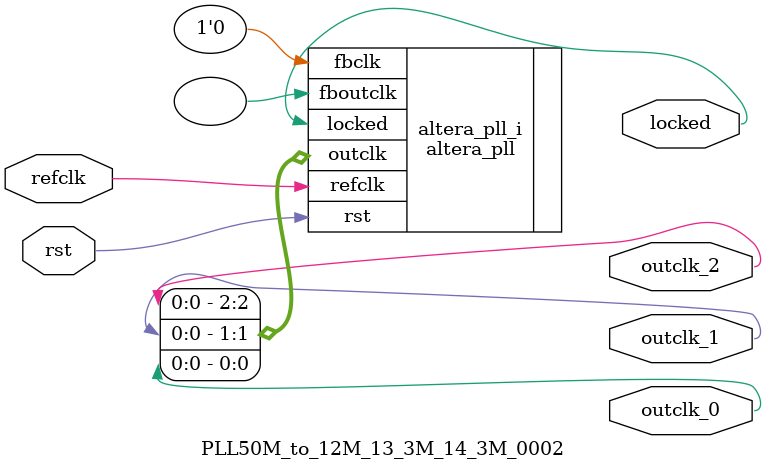
<source format=v>
`timescale 1ns/10ps
module  PLL50M_to_12M_13_3M_14_3M_0002(

	// interface 'refclk'
	input wire refclk,

	// interface 'reset'
	input wire rst,

	// interface 'outclk0'
	output wire outclk_0,

	// interface 'outclk1'
	output wire outclk_1,

	// interface 'outclk2'
	output wire outclk_2,

	// interface 'locked'
	output wire locked
);

	altera_pll #(
		.fractional_vco_multiplier("false"),
		.reference_clock_frequency("50.0 MHz"),
		.operation_mode("direct"),
		.number_of_clocks(3),
		.output_clock_frequency0("12.000000 MHz"),
		.phase_shift0("0 ps"),
		.duty_cycle0(50),
		.output_clock_frequency1("13.274336 MHz"),
		.phase_shift1("0 ps"),
		.duty_cycle1(50),
		.output_clock_frequency2("14.285714 MHz"),
		.phase_shift2("0 ps"),
		.duty_cycle2(50),
		.output_clock_frequency3("0 MHz"),
		.phase_shift3("0 ps"),
		.duty_cycle3(50),
		.output_clock_frequency4("0 MHz"),
		.phase_shift4("0 ps"),
		.duty_cycle4(50),
		.output_clock_frequency5("0 MHz"),
		.phase_shift5("0 ps"),
		.duty_cycle5(50),
		.output_clock_frequency6("0 MHz"),
		.phase_shift6("0 ps"),
		.duty_cycle6(50),
		.output_clock_frequency7("0 MHz"),
		.phase_shift7("0 ps"),
		.duty_cycle7(50),
		.output_clock_frequency8("0 MHz"),
		.phase_shift8("0 ps"),
		.duty_cycle8(50),
		.output_clock_frequency9("0 MHz"),
		.phase_shift9("0 ps"),
		.duty_cycle9(50),
		.output_clock_frequency10("0 MHz"),
		.phase_shift10("0 ps"),
		.duty_cycle10(50),
		.output_clock_frequency11("0 MHz"),
		.phase_shift11("0 ps"),
		.duty_cycle11(50),
		.output_clock_frequency12("0 MHz"),
		.phase_shift12("0 ps"),
		.duty_cycle12(50),
		.output_clock_frequency13("0 MHz"),
		.phase_shift13("0 ps"),
		.duty_cycle13(50),
		.output_clock_frequency14("0 MHz"),
		.phase_shift14("0 ps"),
		.duty_cycle14(50),
		.output_clock_frequency15("0 MHz"),
		.phase_shift15("0 ps"),
		.duty_cycle15(50),
		.output_clock_frequency16("0 MHz"),
		.phase_shift16("0 ps"),
		.duty_cycle16(50),
		.output_clock_frequency17("0 MHz"),
		.phase_shift17("0 ps"),
		.duty_cycle17(50),
		.pll_type("General"),
		.pll_subtype("General")
	) altera_pll_i (
		.rst	(rst),
		.outclk	({outclk_2, outclk_1, outclk_0}),
		.locked	(locked),
		.fboutclk	( ),
		.fbclk	(1'b0),
		.refclk	(refclk)
	);
endmodule


</source>
